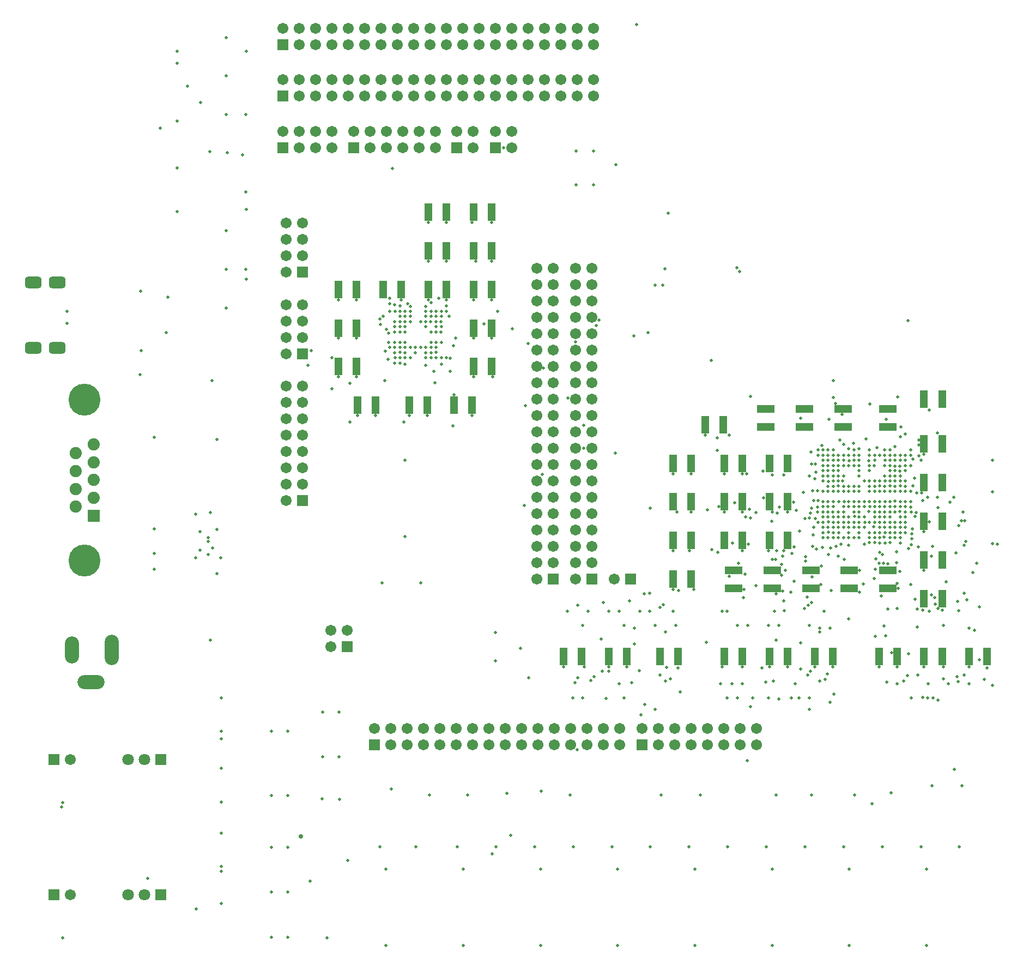
<source format=gbs>
%FSLAX44Y44*%
%MOMM*%
G71*
G01*
G75*
G04 Layer_Color=16711935*
%ADD10C,0.3600*%
%ADD11R,1.9000X1.3500*%
%ADD12R,2.0000X1.0000*%
%ADD13R,2.2000X1.2000*%
%ADD14R,1.4000X2.1000*%
%ADD15O,0.5500X1.6000*%
%ADD16R,1.3000X2.2000*%
%ADD17R,1.1000X0.6000*%
%ADD18R,1.1176X0.6096*%
%ADD19R,0.8500X0.7000*%
G04:AMPARAMS|DCode=20|XSize=1.5mm|YSize=1.2mm|CornerRadius=0.12mm|HoleSize=0mm|Usage=FLASHONLY|Rotation=0.000|XOffset=0mm|YOffset=0mm|HoleType=Round|Shape=RoundedRectangle|*
%AMROUNDEDRECTD20*
21,1,1.5000,0.9600,0,0,0.0*
21,1,1.2600,1.2000,0,0,0.0*
1,1,0.2400,0.6300,-0.4800*
1,1,0.2400,-0.6300,-0.4800*
1,1,0.2400,-0.6300,0.4800*
1,1,0.2400,0.6300,0.4800*
%
%ADD20ROUNDEDRECTD20*%
G04:AMPARAMS|DCode=21|XSize=1.5mm|YSize=0.35mm|CornerRadius=0.035mm|HoleSize=0mm|Usage=FLASHONLY|Rotation=0.000|XOffset=0mm|YOffset=0mm|HoleType=Round|Shape=RoundedRectangle|*
%AMROUNDEDRECTD21*
21,1,1.5000,0.2800,0,0,0.0*
21,1,1.4300,0.3500,0,0,0.0*
1,1,0.0700,0.7150,-0.1400*
1,1,0.0700,-0.7150,-0.1400*
1,1,0.0700,-0.7150,0.1400*
1,1,0.0700,0.7150,0.1400*
%
%ADD21ROUNDEDRECTD21*%
%ADD22R,0.7000X1.8000*%
%ADD23R,1.3500X1.9000*%
%ADD24R,0.9500X1.7000*%
%ADD25C,0.3500*%
%ADD26R,0.9500X2.6000*%
%ADD27R,1.2000X2.6000*%
%ADD28R,0.8000X0.8000*%
%ADD29R,1.3500X2.8000*%
%ADD30R,1.8000X1.1500*%
%ADD31O,0.4500X1.8000*%
%ADD32R,1.8000X2.0000*%
G04:AMPARAMS|DCode=33|XSize=1.8mm|YSize=2mm|CornerRadius=0mm|HoleSize=0mm|Usage=FLASHONLY|Rotation=180.000|XOffset=0mm|YOffset=0mm|HoleType=Round|Shape=Octagon|*
%AMOCTAGOND33*
4,1,8,0.4500,-1.0000,-0.4500,-1.0000,-0.9000,-0.5500,-0.9000,0.5500,-0.4500,1.0000,0.4500,1.0000,0.9000,0.5500,0.9000,-0.5500,0.4500,-1.0000,0.0*
%
%ADD33OCTAGOND33*%

%ADD34R,1.0000X1.0000*%
%ADD35R,2.6000X0.9500*%
%ADD36R,1.3000X1.3000*%
%ADD37R,2.5000X1.2600*%
%ADD38R,2.5000X1.0000*%
%ADD39C,0.1000*%
%ADD40C,0.2540*%
%ADD41C,1.5000*%
%ADD42R,1.5000X1.5000*%
%ADD43R,1.5000X1.5000*%
%ADD44C,4.7600*%
%ADD45R,1.6900X1.6900*%
%ADD46C,1.6900*%
G04:AMPARAMS|DCode=47|XSize=2.4mm|YSize=1.6mm|CornerRadius=0.4mm|HoleSize=0mm|Usage=FLASHONLY|Rotation=0.000|XOffset=0mm|YOffset=0mm|HoleType=Round|Shape=RoundedRectangle|*
%AMROUNDEDRECTD47*
21,1,2.4000,0.8000,0,0,0.0*
21,1,1.6000,1.6000,0,0,0.0*
1,1,0.8000,0.8000,-0.4000*
1,1,0.8000,-0.8000,-0.4000*
1,1,0.8000,-0.8000,0.4000*
1,1,0.8000,0.8000,0.4000*
%
%ADD47ROUNDEDRECTD47*%
%ADD48R,1.6000X1.6000*%
%ADD49C,1.6000*%
%ADD50O,2.0000X4.5000*%
%ADD51O,2.0000X4.0000*%
%ADD52O,4.0000X2.0000*%
%ADD53C,1.5000*%
%ADD54C,0.4000*%
%ADD55C,0.6000*%
%ADD56C,1.0160*%
%ADD57C,1.4080*%
%ADD58C,3.7680*%
%ADD59C,1.5980*%
%ADD60C,2.0080*%
%ADD61C,1.5080*%
%ADD62C,1.5080*%
%ADD63C,0.7080*%
%ADD64C,0.2500*%
%ADD65C,0.6000*%
%ADD66C,0.2000*%
%ADD67C,0.0500*%
%ADD68C,0.1500*%
%ADD69R,1.5240X3.8100*%
%ADD70C,0.5200*%
%ADD71R,2.1040X1.5540*%
%ADD72R,2.2040X1.2040*%
%ADD73R,2.4040X1.4040*%
%ADD74R,1.6040X2.3040*%
%ADD75O,0.7540X1.8040*%
%ADD76R,1.5040X2.4040*%
%ADD77R,1.3040X0.8040*%
%ADD78R,1.3216X0.8136*%
%ADD79R,1.0540X0.9040*%
G04:AMPARAMS|DCode=80|XSize=1.704mm|YSize=1.404mm|CornerRadius=0.222mm|HoleSize=0mm|Usage=FLASHONLY|Rotation=0.000|XOffset=0mm|YOffset=0mm|HoleType=Round|Shape=RoundedRectangle|*
%AMROUNDEDRECTD80*
21,1,1.7040,0.9600,0,0,0.0*
21,1,1.2600,1.4040,0,0,0.0*
1,1,0.4440,0.6300,-0.4800*
1,1,0.4440,-0.6300,-0.4800*
1,1,0.4440,-0.6300,0.4800*
1,1,0.4440,0.6300,0.4800*
%
%ADD80ROUNDEDRECTD80*%
G04:AMPARAMS|DCode=81|XSize=1.704mm|YSize=0.554mm|CornerRadius=0.137mm|HoleSize=0mm|Usage=FLASHONLY|Rotation=0.000|XOffset=0mm|YOffset=0mm|HoleType=Round|Shape=RoundedRectangle|*
%AMROUNDEDRECTD81*
21,1,1.7040,0.2800,0,0,0.0*
21,1,1.4300,0.5540,0,0,0.0*
1,1,0.2740,0.7150,-0.1400*
1,1,0.2740,-0.7150,-0.1400*
1,1,0.2740,-0.7150,0.1400*
1,1,0.2740,0.7150,0.1400*
%
%ADD81ROUNDEDRECTD81*%
%ADD82R,0.9040X2.0040*%
%ADD83R,1.5540X2.1040*%
%ADD84R,1.1540X1.9040*%
%ADD85C,0.5100*%
%ADD86R,1.1540X2.8040*%
%ADD87R,1.4040X2.8040*%
%ADD88R,1.0040X1.0040*%
%ADD89R,1.5540X3.0040*%
%ADD90R,2.0040X1.3540*%
%ADD91O,0.6540X2.0040*%
%ADD92R,2.0040X2.2040*%
G04:AMPARAMS|DCode=93|XSize=2.004mm|YSize=2.204mm|CornerRadius=0mm|HoleSize=0mm|Usage=FLASHONLY|Rotation=180.000|XOffset=0mm|YOffset=0mm|HoleType=Round|Shape=Octagon|*
%AMOCTAGOND93*
4,1,8,0.5010,-1.1020,-0.5010,-1.1020,-1.0020,-0.6010,-1.0020,0.6010,-0.5010,1.1020,0.5010,1.1020,1.0020,0.6010,1.0020,-0.6010,0.5010,-1.1020,0.0*
%
%ADD93OCTAGOND93*%

%ADD94R,1.2040X1.2040*%
%ADD95R,2.8040X1.1540*%
%ADD96R,1.5040X1.5040*%
%ADD97R,2.7040X1.4640*%
%ADD98R,2.7040X1.2040*%
%ADD99C,1.7040*%
%ADD100R,1.7040X1.7040*%
%ADD101R,1.7040X1.7040*%
%ADD102C,4.9640*%
%ADD103R,1.8940X1.8940*%
%ADD104C,1.8940*%
G04:AMPARAMS|DCode=105|XSize=2.604mm|YSize=1.804mm|CornerRadius=0.502mm|HoleSize=0mm|Usage=FLASHONLY|Rotation=0.000|XOffset=0mm|YOffset=0mm|HoleType=Round|Shape=RoundedRectangle|*
%AMROUNDEDRECTD105*
21,1,2.6040,0.8000,0,0,0.0*
21,1,1.6000,1.8040,0,0,0.0*
1,1,1.0040,0.8000,-0.4000*
1,1,1.0040,-0.8000,-0.4000*
1,1,1.0040,-0.8000,0.4000*
1,1,1.0040,0.8000,0.4000*
%
%ADD105ROUNDEDRECTD105*%
%ADD106R,1.8040X1.8040*%
%ADD107C,1.8040*%
%ADD108O,2.2040X4.7040*%
%ADD109O,2.2040X4.2040*%
%ADD110O,4.2040X2.2040*%
%ADD111C,1.7040*%
%ADD112C,0.5000*%
%ADD113C,0.7000*%
D86*
X1954000Y1560000D02*
D03*
X1926000D02*
D03*
X1954000Y1620000D02*
D03*
X1926000D02*
D03*
X1954000Y1680000D02*
D03*
X1926000D02*
D03*
X1954000Y1740000D02*
D03*
X1926000D02*
D03*
X1954000Y1810000D02*
D03*
X1926000D02*
D03*
X1954000Y1500000D02*
D03*
X1926000D02*
D03*
X1714000Y1590000D02*
D03*
X1686000D02*
D03*
X1714000Y1650000D02*
D03*
X1686000D02*
D03*
X1996000Y1410000D02*
D03*
X2024000D02*
D03*
X1926000D02*
D03*
X1954000D02*
D03*
X1856000D02*
D03*
X1884000D02*
D03*
X1756000D02*
D03*
X1784000D02*
D03*
X1686000D02*
D03*
X1714000D02*
D03*
X1616000D02*
D03*
X1644000D02*
D03*
X1516000D02*
D03*
X1544001D02*
D03*
X1436000D02*
D03*
X1464000D02*
D03*
X1366000D02*
D03*
X1394000D02*
D03*
X1154000Y1800000D02*
D03*
X1126000D02*
D03*
X1074000D02*
D03*
X1046000D02*
D03*
X1224000D02*
D03*
X1196000D02*
D03*
X1254000Y1860000D02*
D03*
X1226000D02*
D03*
X1254000Y1920000D02*
D03*
X1226000D02*
D03*
X1254000Y1980000D02*
D03*
X1226000D02*
D03*
X1254000Y2040000D02*
D03*
X1226000D02*
D03*
X1254000Y2100000D02*
D03*
X1226000D02*
D03*
X1184000D02*
D03*
X1156000D02*
D03*
X1184000Y2040000D02*
D03*
X1156000D02*
D03*
X1184000Y1980000D02*
D03*
X1156000D02*
D03*
X1114000D02*
D03*
X1086000D02*
D03*
X1044000D02*
D03*
X1016000D02*
D03*
X1044000Y1920000D02*
D03*
X1016000D02*
D03*
X1044000Y1860000D02*
D03*
X1016000D02*
D03*
X1714000Y1710000D02*
D03*
X1686000D02*
D03*
X1644000Y1590000D02*
D03*
X1616000D02*
D03*
X1644000Y1650000D02*
D03*
X1616000D02*
D03*
X1644000Y1710000D02*
D03*
X1616000D02*
D03*
X1614000Y1770000D02*
D03*
X1586000D02*
D03*
X1564000Y1710000D02*
D03*
X1536000D02*
D03*
X1564000Y1590000D02*
D03*
X1536000D02*
D03*
X1564000Y1530000D02*
D03*
X1536000D02*
D03*
X1564000Y1650000D02*
D03*
X1536000D02*
D03*
D95*
X1870000Y1766000D02*
D03*
Y1794001D02*
D03*
X1800000Y1766000D02*
D03*
Y1794000D02*
D03*
X1740000Y1766000D02*
D03*
Y1794000D02*
D03*
X1680000Y1766000D02*
D03*
Y1794001D02*
D03*
X1870000Y1544000D02*
D03*
Y1516000D02*
D03*
X1810000Y1544001D02*
D03*
Y1516000D02*
D03*
X1750000Y1544001D02*
D03*
Y1516000D02*
D03*
X1690000Y1544000D02*
D03*
Y1516000D02*
D03*
X1630000Y1544000D02*
D03*
Y1516000D02*
D03*
D99*
X1384600Y2012600D02*
D03*
X1410000D02*
D03*
X1384600Y1987200D02*
D03*
X1410000D02*
D03*
X1384600Y1961800D02*
D03*
X1410000D02*
D03*
X1384600Y1936400D02*
D03*
X1410000D02*
D03*
X1384600Y1911000D02*
D03*
X1410000D02*
D03*
X1384600Y1885600D02*
D03*
X1410000D02*
D03*
X1384600Y1860200D02*
D03*
X1410000D02*
D03*
X1384600Y1834800D02*
D03*
X1410000D02*
D03*
X1384600Y1809400D02*
D03*
X1410000D02*
D03*
X1384600Y1784000D02*
D03*
X1410000D02*
D03*
X1384600Y1758600D02*
D03*
X1410000D02*
D03*
X1384600Y1733200D02*
D03*
X1410000D02*
D03*
X1384600Y1707800D02*
D03*
X1410000D02*
D03*
X1384600Y1682400D02*
D03*
X1410000D02*
D03*
X1384600Y1657000D02*
D03*
X1410000D02*
D03*
X1384600Y1631600D02*
D03*
X1410000D02*
D03*
X1384600Y1606200D02*
D03*
X1410000D02*
D03*
X1384600Y1580800D02*
D03*
X1410000D02*
D03*
X1384600Y1555400D02*
D03*
X1410000D02*
D03*
X1384600Y1530000D02*
D03*
X1004600Y1450400D02*
D03*
X1030000D02*
D03*
X1004600Y1425000D02*
D03*
X1453000Y1298400D02*
D03*
Y1273000D02*
D03*
X1427600Y1298400D02*
D03*
Y1273000D02*
D03*
X1402200Y1298400D02*
D03*
Y1273000D02*
D03*
X1376800Y1298400D02*
D03*
Y1273000D02*
D03*
X1351400Y1298400D02*
D03*
Y1273000D02*
D03*
X1326000Y1298400D02*
D03*
Y1273000D02*
D03*
X1300600Y1298400D02*
D03*
Y1273000D02*
D03*
X1275200Y1298400D02*
D03*
Y1273000D02*
D03*
X1249800Y1298400D02*
D03*
Y1273000D02*
D03*
X1224400Y1298400D02*
D03*
Y1273000D02*
D03*
X1199000Y1298400D02*
D03*
Y1273000D02*
D03*
X1173600Y1298400D02*
D03*
Y1273000D02*
D03*
X1148200Y1298400D02*
D03*
Y1273000D02*
D03*
X1122800Y1298400D02*
D03*
Y1273000D02*
D03*
X1097400Y1298400D02*
D03*
Y1273000D02*
D03*
X1072000Y1298400D02*
D03*
X1488000D02*
D03*
X1513400Y1273000D02*
D03*
Y1298400D02*
D03*
X1538800Y1273000D02*
D03*
Y1298400D02*
D03*
X1564200Y1273000D02*
D03*
Y1298400D02*
D03*
X1589600Y1273000D02*
D03*
Y1298400D02*
D03*
X1615000Y1273000D02*
D03*
Y1298400D02*
D03*
X1640400Y1273000D02*
D03*
Y1298400D02*
D03*
X1665800Y1273000D02*
D03*
Y1298400D02*
D03*
X1324600Y2012600D02*
D03*
X1350000D02*
D03*
X1324600Y1987200D02*
D03*
X1350000D02*
D03*
X1324600Y1961800D02*
D03*
X1350000D02*
D03*
X1324600Y1936400D02*
D03*
X1350000D02*
D03*
X1324600Y1911000D02*
D03*
X1350000D02*
D03*
X1324600Y1885600D02*
D03*
X1350000D02*
D03*
X1324600Y1860200D02*
D03*
X1350000D02*
D03*
X1324600Y1834800D02*
D03*
X1350000D02*
D03*
X1324600Y1809400D02*
D03*
X1350000D02*
D03*
X1324600Y1784000D02*
D03*
X1350000D02*
D03*
X1324600Y1758600D02*
D03*
X1350000D02*
D03*
X1324600Y1733200D02*
D03*
X1350000D02*
D03*
X1324600Y1707800D02*
D03*
X1350000D02*
D03*
X1324600Y1682400D02*
D03*
X1350000D02*
D03*
X1324600Y1657000D02*
D03*
X1350000D02*
D03*
X1324600Y1631600D02*
D03*
X1350000D02*
D03*
X1324600Y1606200D02*
D03*
X1350000D02*
D03*
X1324600Y1580800D02*
D03*
X1350000D02*
D03*
X1324600Y1555400D02*
D03*
X1350000D02*
D03*
X1324600Y1530000D02*
D03*
X1412600Y2385400D02*
D03*
Y2360000D02*
D03*
X1387200Y2385400D02*
D03*
Y2360000D02*
D03*
X1361800Y2385400D02*
D03*
Y2360000D02*
D03*
X1336400Y2385400D02*
D03*
Y2360000D02*
D03*
X1311000Y2385400D02*
D03*
Y2360000D02*
D03*
X1285600Y2385400D02*
D03*
Y2360000D02*
D03*
X1260200Y2385400D02*
D03*
Y2360000D02*
D03*
X1234800Y2385400D02*
D03*
Y2360000D02*
D03*
X1209400Y2385400D02*
D03*
Y2360000D02*
D03*
X1184000Y2385400D02*
D03*
Y2360000D02*
D03*
X1158600Y2385400D02*
D03*
Y2360000D02*
D03*
X1133200Y2385400D02*
D03*
Y2360000D02*
D03*
X1107800Y2385400D02*
D03*
Y2360000D02*
D03*
X1082400Y2385400D02*
D03*
Y2360000D02*
D03*
X1057000Y2385400D02*
D03*
Y2360000D02*
D03*
X1031600Y2385400D02*
D03*
Y2360000D02*
D03*
X1006200Y2385400D02*
D03*
Y2360000D02*
D03*
X980800Y2385400D02*
D03*
Y2360000D02*
D03*
X955400Y2385400D02*
D03*
Y2360000D02*
D03*
X930000Y2385400D02*
D03*
X1412600Y2305400D02*
D03*
Y2280000D02*
D03*
X1387200Y2305400D02*
D03*
Y2280000D02*
D03*
X1361800Y2305400D02*
D03*
Y2280000D02*
D03*
X1336400Y2305400D02*
D03*
Y2280000D02*
D03*
X1311000Y2305400D02*
D03*
Y2280000D02*
D03*
X1285600Y2305400D02*
D03*
Y2280000D02*
D03*
X1260200Y2305400D02*
D03*
Y2280000D02*
D03*
X1234800Y2305400D02*
D03*
Y2280000D02*
D03*
X1209400Y2305400D02*
D03*
Y2280000D02*
D03*
X1184000Y2305400D02*
D03*
Y2280000D02*
D03*
X1158600Y2305400D02*
D03*
Y2280000D02*
D03*
X1133200Y2305400D02*
D03*
Y2280000D02*
D03*
X1107800Y2305400D02*
D03*
Y2280000D02*
D03*
X1082400Y2305400D02*
D03*
Y2280000D02*
D03*
X1057000Y2305400D02*
D03*
Y2280000D02*
D03*
X1031600Y2305400D02*
D03*
Y2280000D02*
D03*
X1006200Y2305400D02*
D03*
Y2280000D02*
D03*
X980800Y2305400D02*
D03*
Y2280000D02*
D03*
X955400Y2305400D02*
D03*
Y2280000D02*
D03*
X930000Y2305400D02*
D03*
X1006200Y2225400D02*
D03*
Y2200000D02*
D03*
X980800Y2225400D02*
D03*
Y2200000D02*
D03*
X955400Y2225400D02*
D03*
Y2200000D02*
D03*
X930000Y2225400D02*
D03*
X1167000D02*
D03*
Y2200000D02*
D03*
X1141600Y2225400D02*
D03*
Y2200000D02*
D03*
X1116200Y2225400D02*
D03*
Y2200000D02*
D03*
X1090800Y2225400D02*
D03*
Y2200000D02*
D03*
X1065400Y2225400D02*
D03*
Y2200000D02*
D03*
X1040000Y2225400D02*
D03*
X1225400D02*
D03*
Y2200000D02*
D03*
X1200000Y2225400D02*
D03*
X1285400D02*
D03*
Y2200000D02*
D03*
X1260000Y2225400D02*
D03*
X934600Y1652000D02*
D03*
X960000Y1677400D02*
D03*
X934600D02*
D03*
X960000Y1702800D02*
D03*
X934600D02*
D03*
X960000Y1728200D02*
D03*
X934600D02*
D03*
X960000Y1753600D02*
D03*
X934600D02*
D03*
X960000Y1779000D02*
D03*
X934600D02*
D03*
X960000Y1804400D02*
D03*
X934600D02*
D03*
X960000Y1829800D02*
D03*
X934600D02*
D03*
Y2083200D02*
D03*
X960000D02*
D03*
X934600Y2057800D02*
D03*
X960000D02*
D03*
X934600Y2032400D02*
D03*
X960000D02*
D03*
X934600Y2007000D02*
D03*
Y1956200D02*
D03*
X960000D02*
D03*
X934600Y1930800D02*
D03*
X960000D02*
D03*
X934600Y1905400D02*
D03*
X960000D02*
D03*
X934600Y1880000D02*
D03*
X1444600Y1530000D02*
D03*
X600000Y1250000D02*
D03*
Y1040000D02*
D03*
X602000Y1410000D02*
D03*
Y1430000D02*
D03*
X642000Y1370000D02*
D03*
X622000D02*
D03*
D100*
X1410000Y1530000D02*
D03*
X1030000Y1425000D02*
D03*
X1350000Y1530000D02*
D03*
X960000Y1652000D02*
D03*
Y2007000D02*
D03*
Y1880000D02*
D03*
D101*
X1072000Y1273000D02*
D03*
X1488000D02*
D03*
X930000Y2360000D02*
D03*
Y2280000D02*
D03*
Y2200000D02*
D03*
X1040000D02*
D03*
X1200000D02*
D03*
X1260000D02*
D03*
X1470000Y1530000D02*
D03*
X574600Y1250000D02*
D03*
Y1040000D02*
D03*
D102*
X622000Y1808950D02*
D03*
Y1559050D02*
D03*
D103*
X636200Y1628600D02*
D03*
D104*
X607800Y1642450D02*
D03*
X636200Y1656300D02*
D03*
X607800Y1670150D02*
D03*
X636200Y1684000D02*
D03*
X607800Y1697850D02*
D03*
X636200Y1711700D02*
D03*
X607800Y1725550D02*
D03*
X636200Y1739400D02*
D03*
D105*
X579001Y1991000D02*
D03*
Y1889000D02*
D03*
X542000D02*
D03*
Y1991000D02*
D03*
D106*
X740000Y1250000D02*
D03*
Y1040000D02*
D03*
D107*
X714600Y1250000D02*
D03*
X689200D02*
D03*
X714600Y1040000D02*
D03*
X689200D02*
D03*
D108*
X664000Y1420000D02*
D03*
D109*
X602000D02*
D03*
D110*
X632000Y1370000D02*
D03*
D111*
X664000Y1432500D02*
D03*
Y1407500D02*
D03*
D112*
X1847840Y1611579D02*
D03*
X1856994Y1610614D02*
D03*
X1825250Y1634500D02*
D03*
X1825000Y1642500D02*
D03*
X1674250Y1392000D02*
D03*
X1781500Y1512250D02*
D03*
X1413250Y1378500D02*
D03*
X1734500Y1431000D02*
D03*
X1760250Y1634250D02*
D03*
X1809750Y1713750D02*
D03*
X1709000Y1481250D02*
D03*
X1421000Y1932250D02*
D03*
X1676500Y1656500D02*
D03*
X1653250Y1584000D02*
D03*
X1742000Y1565000D02*
D03*
X1520750Y1490000D02*
D03*
X1189750Y1873500D02*
D03*
X594750Y1927000D02*
D03*
X1864091Y1595328D02*
D03*
X1777500Y1603000D02*
D03*
X1757250Y1624250D02*
D03*
X1777500Y1619000D02*
D03*
X1825116Y1626616D02*
D03*
X1817116Y1618488D02*
D03*
Y1610614D02*
D03*
X1825000Y1610500D02*
D03*
X1748000Y1625250D02*
D03*
X1840090Y1635330D02*
D03*
X1912000Y1627500D02*
D03*
X1908750Y1716500D02*
D03*
X1848500Y1706000D02*
D03*
X1888000Y1697750D02*
D03*
X1801000Y1706500D02*
D03*
X1840500Y1714000D02*
D03*
X1880500Y1651000D02*
D03*
X1793500Y1650000D02*
D03*
X1881000Y1634500D02*
D03*
X1872996Y1642618D02*
D03*
Y1650492D02*
D03*
X1857000Y1634500D02*
D03*
X1880870Y1642618D02*
D03*
X1888998D02*
D03*
Y1666494D02*
D03*
Y1674622D02*
D03*
X1881000Y1674500D02*
D03*
X1872996Y1674622D02*
D03*
X1865000Y1674500D02*
D03*
X1856994Y1674622D02*
D03*
X1857000Y1682500D02*
D03*
X1864868Y1666494D02*
D03*
X1856994D02*
D03*
X1897126Y1650492D02*
D03*
X1896877Y1642623D02*
D03*
X1865000Y1626500D02*
D03*
X1888997Y1682497D02*
D03*
X1881000Y1666500D02*
D03*
X1849120Y1682496D02*
D03*
X1841000Y1682500D02*
D03*
Y1674500D02*
D03*
X1881000Y1682500D02*
D03*
X1872870Y1690497D02*
D03*
X1865122Y1682496D02*
D03*
X1872995Y1682496D02*
D03*
X1873000Y1666500D02*
D03*
X1865122Y1650492D02*
D03*
X1865000Y1690500D02*
D03*
X1865122Y1586484D02*
D03*
X1872996Y1586504D02*
D03*
X1840992Y1586508D02*
D03*
X1896750Y1626750D02*
D03*
X1907750Y1607750D02*
D03*
X1472000Y1369500D02*
D03*
X1849000Y1722500D02*
D03*
X1769000Y1730500D02*
D03*
X1769126Y1722374D02*
D03*
X1777000Y1730750D02*
D03*
X1769000Y1706500D02*
D03*
X1785000D02*
D03*
X1817000D02*
D03*
X1873000D02*
D03*
X1769000Y1690500D02*
D03*
X1769000Y1682500D02*
D03*
X1756664Y1685798D02*
D03*
X1777746Y1681988D02*
D03*
X1833000Y1682500D02*
D03*
X1897000Y1674500D02*
D03*
X1833000Y1642500D02*
D03*
X1785000D02*
D03*
X1865000D02*
D03*
X1888750Y1634750D02*
D03*
X1881000Y1610500D02*
D03*
X1793000Y1594500D02*
D03*
X1817000D02*
D03*
X1777000Y1642500D02*
D03*
X1960500Y1526250D02*
D03*
X1954500Y1481500D02*
D03*
X1947000Y1757250D02*
D03*
X1867250Y1778500D02*
D03*
X1841750Y1801750D02*
D03*
X1933750Y1792500D02*
D03*
X1719750Y1345250D02*
D03*
X1988000Y1583000D02*
D03*
X1544500Y1512500D02*
D03*
X1623250Y1753750D02*
D03*
X1676250Y1697750D02*
D03*
X1889760Y1766570D02*
D03*
X1785366Y1811782D02*
D03*
X1788414Y1803146D02*
D03*
X1333000Y1692500D02*
D03*
X1387250Y1265500D02*
D03*
X1093500Y1871750D02*
D03*
X594250Y1946250D02*
D03*
X1383500Y1369000D02*
D03*
X1536000Y1480250D02*
D03*
X1863750Y1457250D02*
D03*
X1784750Y1730750D02*
D03*
X1865000D02*
D03*
X1849000Y1714500D02*
D03*
X1897000Y1706500D02*
D03*
X1881000Y1714500D02*
D03*
X1777000Y1674500D02*
D03*
X1817000Y1666500D02*
D03*
X1801000Y1626500D02*
D03*
X1777000Y1610500D02*
D03*
X1849000Y1674500D02*
D03*
Y1650500D02*
D03*
X1841000Y1666500D02*
D03*
X1825000Y1674500D02*
D03*
X1030600Y1093000D02*
D03*
X937350Y1114000D02*
D03*
Y1043999D02*
D03*
X2032500Y1714500D02*
D03*
Y1665500D02*
D03*
X1385500Y2194500D02*
D03*
X2032500Y1585500D02*
D03*
X1897000Y1722500D02*
D03*
X1412500Y2142500D02*
D03*
X1881000Y1722500D02*
D03*
X1897000Y1698500D02*
D03*
X1873000D02*
D03*
X1897000Y1666500D02*
D03*
X1865000Y1706500D02*
D03*
X1841000Y1722500D02*
D03*
Y1698500D02*
D03*
X1897000Y1610500D02*
D03*
X1825000Y1698500D02*
D03*
X1809000Y1706500D02*
D03*
X1793000Y1722500D02*
D03*
X1996000Y1394000D02*
D03*
X1793000Y1698500D02*
D03*
X1761000Y1722500D02*
D03*
X1769000Y1698500D02*
D03*
X1254000Y2083999D02*
D03*
X1801000Y1610500D02*
D03*
X1793000Y1618500D02*
D03*
X1926000Y1394000D02*
D03*
X1785000Y1594500D02*
D03*
X1769000Y1610500D02*
D03*
X1184000Y2083999D02*
D03*
X1932000Y1368000D02*
D03*
X1254000Y2023999D02*
D03*
X1714000Y1634000D02*
D03*
X1644000Y1694000D02*
D03*
X1856000Y1394000D02*
D03*
X1184000Y2023999D02*
D03*
X1254000Y1964000D02*
D03*
X1644000Y1634000D02*
D03*
X1564000Y1694000D02*
D03*
X1184000Y1964000D02*
D03*
X1644000Y1573999D02*
D03*
X1254000Y1904000D02*
D03*
X1756000Y1394000D02*
D03*
X1564000Y1634000D02*
D03*
X1114000Y1964000D02*
D03*
X1700000Y1458000D02*
D03*
X1152000Y1930000D02*
D03*
X1044000Y1964000D02*
D03*
X1128000Y1930000D02*
D03*
X1160000Y1914000D02*
D03*
X1686000Y1394000D02*
D03*
X1160000Y1898000D02*
D03*
X1152000Y1890000D02*
D03*
X1120000Y1898000D02*
D03*
X1168000Y1874000D02*
D03*
X1160000D02*
D03*
X1044000Y1904000D02*
D03*
X1224000Y1783999D02*
D03*
X1154000D02*
D03*
X1044000Y1843999D02*
D03*
X1074000Y1783999D02*
D03*
X1460000Y1458000D02*
D03*
X1120000Y1714500D02*
D03*
X1436000Y1394000D02*
D03*
X1452000Y1368000D02*
D03*
X1366000Y1394000D02*
D03*
X1120000Y1596500D02*
D03*
X1312000Y1377000D02*
D03*
X729750Y1750000D02*
D03*
X1017350Y1323999D02*
D03*
Y1253999D02*
D03*
X1018100Y1188500D02*
D03*
X937350Y1194000D02*
D03*
X834600Y1184000D02*
D03*
X1981000Y1114500D02*
D03*
X1930000Y961500D02*
D03*
Y1079500D02*
D03*
X1926000Y1724000D02*
D03*
X1921000Y1114500D02*
D03*
X1940000Y1346000D02*
D03*
X1926000Y1603999D02*
D03*
X1905000Y1730500D02*
D03*
X1926000Y1543999D02*
D03*
X1897000Y1682500D02*
D03*
X1889000Y1714500D02*
D03*
X1897000Y1634500D02*
D03*
X1881000Y1698500D02*
D03*
X1889000Y1610500D02*
D03*
Y1602500D02*
D03*
X1865000Y1722500D02*
D03*
X1861000Y1114500D02*
D03*
X1810000Y961500D02*
D03*
X1884000Y1394000D02*
D03*
X1865000Y1618500D02*
D03*
X1841000Y1706500D02*
D03*
X1849000Y1666500D02*
D03*
X1810000Y1079500D02*
D03*
X1825000Y1666500D02*
D03*
X1809000Y1722500D02*
D03*
X1801000Y1114500D02*
D03*
X1793000Y1706500D02*
D03*
X1801000Y1634500D02*
D03*
Y1594500D02*
D03*
X1777000Y1714500D02*
D03*
X1785000Y1610500D02*
D03*
X1761000Y1730500D02*
D03*
X1769000Y1634500D02*
D03*
X1784000Y1394000D02*
D03*
X1741000Y1114500D02*
D03*
X1690000Y961500D02*
D03*
Y1079500D02*
D03*
X1681000Y1114500D02*
D03*
X1714000Y1394000D02*
D03*
X1570000Y961500D02*
D03*
X1621000Y1114500D02*
D03*
X1616000Y1694000D02*
D03*
X1652000Y1458000D02*
D03*
X1586000Y1753999D02*
D03*
X1644000Y1394000D02*
D03*
X1616000Y1634000D02*
D03*
X1636000Y1458000D02*
D03*
X1570000Y1079500D02*
D03*
X1561000Y1114500D02*
D03*
X841800Y2371310D02*
D03*
X1536000Y1694000D02*
D03*
X1450000Y961500D02*
D03*
X1536000Y1573999D02*
D03*
X1501000Y1114500D02*
D03*
X1536000Y1513999D02*
D03*
X841800Y2311310D02*
D03*
X1450000Y1079500D02*
D03*
X1441000Y1114500D02*
D03*
X1156000Y2083999D02*
D03*
X1464000Y1394000D02*
D03*
X1460000Y1346000D02*
D03*
X1330000Y961500D02*
D03*
X1452000Y1480000D02*
D03*
X1226000Y1964000D02*
D03*
X1381000Y1114500D02*
D03*
X1156000Y2023999D02*
D03*
X843800Y2192310D02*
D03*
X1330000Y1079500D02*
D03*
X1404000Y1480000D02*
D03*
X1226000Y1904000D02*
D03*
X1396000Y1458000D02*
D03*
X1156000Y1964000D02*
D03*
X1321000Y1114500D02*
D03*
X1226000Y1843999D02*
D03*
X1210000Y961500D02*
D03*
X1152000Y1938000D02*
D03*
X1168000Y1914000D02*
D03*
Y1898000D02*
D03*
X1176000Y1874000D02*
D03*
X1120000Y1930000D02*
D03*
X1261000Y1114500D02*
D03*
X1144000Y1890000D02*
D03*
X1152000Y1874000D02*
D03*
X841800Y2071310D02*
D03*
X1196000Y1816000D02*
D03*
X1112000Y1898000D02*
D03*
X1210000Y1079500D02*
D03*
X1016000Y1964000D02*
D03*
X1120000Y1874000D02*
D03*
X1201000Y1114500D02*
D03*
X1090000Y961500D02*
D03*
X1260000Y1447000D02*
D03*
X841800Y2011310D02*
D03*
X1016000Y1904000D02*
D03*
X1126000Y1783999D02*
D03*
X1034000Y1833999D02*
D03*
X1016000Y1843999D02*
D03*
X1090000Y1079500D02*
D03*
X998600Y973000D02*
D03*
X1046000Y1783999D02*
D03*
X708912Y1977500D02*
D03*
X1034000Y1773999D02*
D03*
X1144000Y1524000D02*
D03*
X1081000Y1114500D02*
D03*
X911850Y974000D02*
D03*
X1083999Y1524000D02*
D03*
X911850Y1043999D02*
D03*
X834600Y1026000D02*
D03*
X820000Y1838500D02*
D03*
X587500Y973000D02*
D03*
X911850Y1114000D02*
D03*
X991850Y1253999D02*
D03*
Y1323999D02*
D03*
X834600Y1136000D02*
D03*
X911850Y1194000D02*
D03*
Y1293999D02*
D03*
X834600Y1236000D02*
D03*
X833750Y1563000D02*
D03*
X834600Y1346000D02*
D03*
X729750Y1608000D02*
D03*
X587500Y1183000D02*
D03*
X795020Y1017778D02*
D03*
X720090Y1065784D02*
D03*
X1872996Y1594612D02*
D03*
X1824990D02*
D03*
X1826006Y1544066D02*
D03*
X1299210Y1422654D02*
D03*
X1778000Y1778000D02*
D03*
X1656334Y1813814D02*
D03*
X834644Y1293876D02*
D03*
X937260D02*
D03*
X1160018Y1938020D02*
D03*
X1176000Y1863968D02*
D03*
X1375726Y1194500D02*
D03*
X1157986D02*
D03*
X1167892Y1929892D02*
D03*
X872744Y2131314D02*
D03*
X729750Y1569974D02*
D03*
X814250Y1594866D02*
D03*
X1277874Y1197102D02*
D03*
X1331406Y1201166D02*
D03*
X834600Y1282192D02*
D03*
X872800Y2104644D02*
D03*
X816102Y2193790D02*
D03*
X1817878Y1194562D02*
D03*
X1096160Y1966032D02*
D03*
X817757Y1633851D02*
D03*
X729750Y1545844D02*
D03*
X707898Y1847596D02*
D03*
X817626Y1435354D02*
D03*
X1098042Y1204468D02*
D03*
X1167892Y1922018D02*
D03*
X1611936Y1394000D02*
D03*
X1379982Y1345946D02*
D03*
X1151890Y1945894D02*
D03*
X1183894D02*
D03*
X1006000Y1874012D02*
D03*
X1160018Y1959532D02*
D03*
X1111978Y1954022D02*
D03*
X739140Y2230374D02*
D03*
X972312Y1061466D02*
D03*
X1128014Y1874012D02*
D03*
X1112012D02*
D03*
X1256032Y1843999D02*
D03*
X1845310Y1181354D02*
D03*
X1255000Y1103122D02*
D03*
X1651000Y1247902D02*
D03*
X1160018Y1881886D02*
D03*
X1151982Y1922018D02*
D03*
X1136936Y1114500D02*
D03*
X1683968Y1573999D02*
D03*
X1152000Y1861936D02*
D03*
X1103884Y1865884D02*
D03*
X1242568Y1926000D02*
D03*
X1194000Y1767903D02*
D03*
X1118064Y1773999D02*
D03*
X1694032Y1480000D02*
D03*
X2024000Y1391968D02*
D03*
X1544001D02*
D03*
X1542096Y1634000D02*
D03*
X1104012Y1874012D02*
D03*
X1734312Y1780032D02*
D03*
X1568064Y1513999D02*
D03*
X1096010Y1957832D02*
D03*
X1175890Y1913890D02*
D03*
X1176020Y1938020D02*
D03*
X1526032Y1392936D02*
D03*
X1135888Y1890113D02*
D03*
X1120000Y1863968D02*
D03*
X1388000Y1377188D02*
D03*
X1628000Y1368000D02*
D03*
X1103884Y1881886D02*
D03*
X1089152Y1883918D02*
D03*
X1176020Y1945894D02*
D03*
X1088032Y1838452D02*
D03*
X1398064Y1394000D02*
D03*
X1690064Y1691968D02*
D03*
X1094232Y1912112D02*
D03*
X1119886Y1890014D02*
D03*
X1128014Y1945894D02*
D03*
X1776984Y1722374D02*
D03*
X1446276Y1726184D02*
D03*
X1006000Y1825658D02*
D03*
X1160018Y1945894D02*
D03*
X1119886D02*
D03*
X1921936Y1664000D02*
D03*
X1561968Y1573999D02*
D03*
X1750822Y1708658D02*
D03*
X1707904Y1573999D02*
D03*
X1223968Y2083999D02*
D03*
X1934032Y1480000D02*
D03*
X1956032Y1394000D02*
D03*
X1758968Y1576340D02*
D03*
X1646000Y1513968D02*
D03*
X1766001Y1522096D02*
D03*
X1112012Y1922018D02*
D03*
X1135886Y1881886D02*
D03*
X1918208Y1745932D02*
D03*
X1167894Y1945894D02*
D03*
X1230064Y2023999D02*
D03*
X1750060Y1727200D02*
D03*
X1112012Y1890014D02*
D03*
X1096010Y1945894D02*
D03*
X1119886Y1881886D02*
D03*
X1808988Y1732534D02*
D03*
X1757574Y1695963D02*
D03*
X1777002Y1698498D02*
D03*
X1785112Y1690388D02*
D03*
X1800998Y1739624D02*
D03*
X1707904Y1691968D02*
D03*
X1754904Y1610500D02*
D03*
X1474978Y1908048D02*
D03*
X1906976Y1592636D02*
D03*
X1754124Y1598422D02*
D03*
X1710182Y1544066D02*
D03*
X1080306Y1934000D02*
D03*
X1915616Y1455968D02*
D03*
X1119886Y1938020D02*
D03*
X1124000Y1957500D02*
D03*
X1770888Y1480058D02*
D03*
X1335024Y1857756D02*
D03*
X1817116Y1722384D02*
D03*
X1187958Y1938020D02*
D03*
X1310950Y1895800D02*
D03*
X1090478Y1918000D02*
D03*
X1647952Y1537970D02*
D03*
X1260094Y1403096D02*
D03*
X1690064Y1634000D02*
D03*
X1887982Y1542034D02*
D03*
X1706001Y1511936D02*
D03*
X1766062Y1550162D02*
D03*
X1986534Y1634500D02*
D03*
X1644000Y1368000D02*
D03*
X1408064Y1373124D02*
D03*
X1972056Y1657350D02*
D03*
X1917192Y1580404D02*
D03*
X1886000Y1516000D02*
D03*
X1516000Y1380998D02*
D03*
X1176020Y1897888D02*
D03*
X1484000Y1388364D02*
D03*
X1696085Y1435735D02*
D03*
X1112012Y1865884D02*
D03*
X1872996Y1730496D02*
D03*
X1769110Y1642618D02*
D03*
X2039874Y1584452D02*
D03*
X1785112Y1838706D02*
D03*
X1764000Y1448054D02*
D03*
X1524000D02*
D03*
X2007616Y1554500D02*
D03*
X1798518Y1785874D02*
D03*
X1151890Y1953890D02*
D03*
X1724261Y1526939D02*
D03*
X1767332Y1737614D02*
D03*
X1793000Y1714500D02*
D03*
X1372616Y1811020D02*
D03*
X1776984Y1706516D02*
D03*
X1528572Y2098294D02*
D03*
X1989545Y1620686D02*
D03*
X1873014Y1602486D02*
D03*
X1915840Y1484000D02*
D03*
X1741678Y1558544D02*
D03*
X1917700Y1721612D02*
D03*
X1793748Y1602486D02*
D03*
X1884000Y1484064D02*
D03*
X1656334Y1625346D02*
D03*
X1749552Y1632458D02*
D03*
X1792986Y1610360D02*
D03*
X1746402Y1489558D02*
D03*
X1516126Y1486154D02*
D03*
X1894032Y1371600D02*
D03*
X1388000Y1489202D02*
D03*
X1620266Y1480058D02*
D03*
X1605840Y1571967D02*
D03*
X969010Y1862074D02*
D03*
X1785112Y1714500D02*
D03*
X1659890Y1345946D02*
D03*
X1801114Y1722374D02*
D03*
X1397254Y1769364D02*
D03*
X1808988Y1582425D02*
D03*
X1612000Y1480000D02*
D03*
X1372108Y1480058D02*
D03*
X1532000Y1375532D02*
D03*
X1772000Y1374140D02*
D03*
X1764000Y1371600D02*
D03*
X1524000D02*
D03*
X1692000Y1372064D02*
D03*
X1785112Y1722374D02*
D03*
X1747774Y1690370D02*
D03*
X1824990Y1732534D02*
D03*
X1425702Y1386954D02*
D03*
X1992122Y1498346D02*
D03*
X1628510Y1586092D02*
D03*
X1785112Y1618488D02*
D03*
X1868170Y1370076D02*
D03*
X1769110Y1594612D02*
D03*
X1860000Y1504229D02*
D03*
X1826000Y1509904D02*
D03*
X1697228Y1574038D02*
D03*
X1784986Y1602486D02*
D03*
X1808987Y1618488D02*
D03*
X1623004Y1534470D02*
D03*
X1696466Y1507744D02*
D03*
X1888998Y1594612D02*
D03*
X1979930Y1613154D02*
D03*
X1604518Y1749552D02*
D03*
X1817000Y1714500D02*
D03*
X1397254Y1733296D02*
D03*
X1795018Y1745996D02*
D03*
X1914557Y1663541D02*
D03*
X872800Y1996000D02*
D03*
X1883664Y1555496D02*
D03*
X1924304Y1652524D02*
D03*
X1802130Y1650492D02*
D03*
X1769110D02*
D03*
X1931555Y1657604D02*
D03*
X1988000Y1380998D02*
D03*
X1808988Y1666494D02*
D03*
X1948000Y1484122D02*
D03*
X1732280Y1604518D02*
D03*
X1988000Y1508310D02*
D03*
X1792986Y1634490D02*
D03*
X1802130Y1560576D02*
D03*
X1850136Y1545082D02*
D03*
X1780000Y1453896D02*
D03*
X1540000Y1458214D02*
D03*
X1700000Y1343968D02*
D03*
X1905000Y1650492D02*
D03*
X1656334Y1332230D02*
D03*
X1912340Y1498622D02*
D03*
X1808988Y1626616D02*
D03*
X1824990Y1706626D02*
D03*
X1725524Y1368044D02*
D03*
X1909064Y1674622D02*
D03*
X1607312Y1642872D02*
D03*
X1491234Y1506982D02*
D03*
X1996000Y1368044D02*
D03*
X1808734Y1468120D02*
D03*
X1701038Y1642364D02*
D03*
X1760728D02*
D03*
X1775714Y1383284D02*
D03*
X1978152Y1495298D02*
D03*
X1412500Y2194500D02*
D03*
X1385500Y2142500D02*
D03*
X710184Y1885188D02*
D03*
X872744Y2251202D02*
D03*
X1166000Y1835404D02*
D03*
X1198372Y1904411D02*
D03*
X1897012Y1618488D02*
D03*
X1937258Y1505966D02*
D03*
X1732000Y1345946D02*
D03*
X1468000Y1496314D02*
D03*
X1307084Y1799082D02*
D03*
X1128014Y1938020D02*
D03*
X1905762Y1634490D02*
D03*
X1609968Y1368000D02*
D03*
X1497330Y1913128D02*
D03*
X1808988Y1610360D02*
D03*
X1840992Y1594508D02*
D03*
X1872996Y1714500D02*
D03*
X1519936Y1986788D02*
D03*
X1881064Y1736030D02*
D03*
X1816100Y1741170D02*
D03*
X1853000Y1733988D02*
D03*
X1741226Y1624020D02*
D03*
X1866138Y1441958D02*
D03*
X1831594Y1522222D02*
D03*
X1883156Y1572768D02*
D03*
X1684000Y1457960D02*
D03*
X1907293Y1600207D02*
D03*
X1704594Y1553076D02*
D03*
X1684020Y1345946D02*
D03*
X1933956Y1618996D02*
D03*
X1900682Y1931670D02*
D03*
X1769110Y1618488D02*
D03*
X1996000Y1454404D02*
D03*
X765556Y2241804D02*
D03*
Y2330950D02*
D03*
X1112012Y1945988D02*
D03*
Y1937988D02*
D03*
X1883918Y1368044D02*
D03*
X1785112Y1626669D02*
D03*
X1876044Y1415796D02*
D03*
X1849882Y1441704D02*
D03*
X1697482Y1632712D02*
D03*
X1801118Y1642618D02*
D03*
X1870032Y1483614D02*
D03*
X1753210Y1581021D02*
D03*
X1768985Y1602486D02*
D03*
X1980000Y1480892D02*
D03*
X1760982Y1618488D02*
D03*
X2004060Y1450848D02*
D03*
X2011934Y1487170D02*
D03*
X1769110Y1626616D02*
D03*
X2020000Y1374648D02*
D03*
X1906270Y1583436D02*
D03*
X1776984Y1634490D02*
D03*
X1664970Y1519682D02*
D03*
X2011934Y1405250D02*
D03*
X1760982Y1652016D02*
D03*
X1899920Y1380236D02*
D03*
X1905762Y1345946D02*
D03*
X1916000Y1381428D02*
D03*
X1924000Y1346046D02*
D03*
X1948000Y1342390D02*
D03*
X1706372Y1565402D02*
D03*
X1690116Y1560830D02*
D03*
X1704594Y1536192D02*
D03*
X1721104Y1569974D02*
D03*
X1752092Y1533398D02*
D03*
X1901698Y1414018D02*
D03*
X2001520Y1540764D02*
D03*
X1956000Y1457960D02*
D03*
X1946402Y1656842D02*
D03*
X1801114Y1714500D02*
D03*
X1595374Y1869694D02*
D03*
X1816998Y1730502D02*
D03*
X1835546Y1748018D02*
D03*
X1881000Y1594500D02*
D03*
X1723898Y1580388D02*
D03*
X1861312Y1567952D02*
D03*
X1801114Y1618488D02*
D03*
X1500632Y1640586D02*
D03*
X1833118Y1584452D02*
D03*
X1808988Y1594612D02*
D03*
X1727200Y1636522D02*
D03*
X1824990Y1714500D02*
D03*
X1286002Y1918970D02*
D03*
X1824990Y1722374D02*
D03*
X973582Y1884680D02*
D03*
X1840992Y1730492D02*
D03*
X1824990Y1690624D02*
D03*
X1099820Y2167636D02*
D03*
X1856994Y1722374D02*
D03*
X1479042Y2391156D02*
D03*
X1865122Y1714500D02*
D03*
X1872874Y1722374D02*
D03*
X1888998D02*
D03*
X1272540Y2199894D02*
D03*
X1889252Y1751330D02*
D03*
X1884934Y1813306D02*
D03*
X1917954Y1738376D02*
D03*
X1983994Y1620520D02*
D03*
X1881124Y1602486D02*
D03*
X1889016Y1586484D02*
D03*
X1905508Y1521714D02*
D03*
X1990732Y1588904D02*
D03*
X1884426Y1523746D02*
D03*
X1824990Y1602486D02*
D03*
X1751076Y1494028D02*
D03*
X1797050Y1584452D02*
D03*
X1808988Y1602486D02*
D03*
X1695450Y1560576D02*
D03*
X1788922Y1580642D02*
D03*
X1263142Y1945894D02*
D03*
X1689100Y1619758D02*
D03*
X1654556Y1638554D02*
D03*
X1751330Y1640200D02*
D03*
X1792986Y1626616D02*
D03*
X1776984Y1690624D02*
D03*
X1757172Y1708658D02*
D03*
X1650492Y1693926D02*
D03*
X1785112Y1698388D02*
D03*
X1384554Y1898396D02*
D03*
X1447546Y2173732D02*
D03*
X1769110Y1714500D02*
D03*
X1881000Y1690500D02*
D03*
X1395984Y1345946D02*
D03*
X1636014D02*
D03*
X1975612Y1570482D02*
D03*
X1888998Y1690498D02*
D03*
X1596644Y1576070D02*
D03*
X1897063Y1714563D02*
D03*
X1620000Y1346000D02*
D03*
X1648460Y1626870D02*
D03*
X1905000Y1706626D02*
D03*
X1638046Y1554480D02*
D03*
X1740000Y1484816D02*
D03*
X1500124Y1480058D02*
D03*
X1500000Y1508128D02*
D03*
X1508000Y1458214D02*
D03*
X1748000Y1457960D02*
D03*
X1665224Y1633728D02*
D03*
X1764000Y1454404D02*
D03*
X1921256Y1714756D02*
D03*
X1780000Y1339088D02*
D03*
X1547366Y1354582D02*
D03*
X1937766Y1565402D02*
D03*
X1785620Y1351788D02*
D03*
X1744980Y1380998D02*
D03*
X1966468Y1649222D02*
D03*
X1748000Y1327912D02*
D03*
X1508000D02*
D03*
X1748000Y1345946D02*
D03*
X1924050Y1482090D02*
D03*
X1119886Y1922018D02*
D03*
X1103884Y1913890D02*
D03*
X1112012D02*
D03*
X1486154Y1319784D02*
D03*
X1119886Y1913890D02*
D03*
X1093978Y1897888D02*
D03*
X1305310Y1644396D02*
D03*
X1103888Y1897888D02*
D03*
X1096010Y1890014D02*
D03*
X1103884D02*
D03*
X1194797Y1892300D02*
D03*
X1175892Y1929892D02*
D03*
X1176018Y1922018D02*
D03*
X1167892Y1938020D02*
D03*
X1085962D02*
D03*
X1103918Y1930146D02*
D03*
X1081520Y1925250D02*
D03*
X1417066Y1924304D02*
D03*
X1103884Y1922018D02*
D03*
X1128014Y1889987D02*
D03*
X1112012Y1882012D02*
D03*
Y1929892D02*
D03*
X1167892Y1882108D02*
D03*
X1164082Y1852422D02*
D03*
X1189482D02*
D03*
X1167892Y1890014D02*
D03*
X1160018Y1889982D02*
D03*
X1128014Y1953768D02*
D03*
X1104106Y1945894D02*
D03*
X1103884Y1956148D02*
D03*
X1172000Y1966214D02*
D03*
X1183894Y1954022D02*
D03*
X1159701Y1929701D02*
D03*
X1183894Y1874012D02*
D03*
X1432052Y1344422D02*
D03*
X2032000Y1364742D02*
D03*
X1911096Y1686560D02*
D03*
X1749552Y1387348D02*
D03*
X1436000Y1386724D02*
D03*
X1424432Y1437386D02*
D03*
X1604772Y1729994D02*
D03*
X1856750Y1650500D02*
D03*
X1792986Y1565402D02*
D03*
X1475994Y1429766D02*
D03*
X1492000Y1335532D02*
D03*
X1889003Y1650497D02*
D03*
X1484122Y1480058D02*
D03*
X1476000Y1454404D02*
D03*
X1436232Y1479942D02*
D03*
X1631950Y1648968D02*
D03*
X1905000Y1666494D02*
D03*
X1738122Y1664462D02*
D03*
X1589786Y1638046D02*
D03*
X1428000Y1493520D02*
D03*
X1680464Y1370076D02*
D03*
X1905195Y1642305D02*
D03*
X1931924Y1345946D02*
D03*
X1913890Y1633728D02*
D03*
X1888941Y1626559D02*
D03*
X1719326Y1510030D02*
D03*
X1897126Y1602486D02*
D03*
X1708000Y1496164D02*
D03*
X1897126Y1755394D02*
D03*
X1880362Y1705610D02*
D03*
X1888236Y1705736D02*
D03*
X1904937Y1722437D02*
D03*
X1216976Y1194500D02*
D03*
X1517904Y1194562D02*
D03*
X1578102D02*
D03*
X1696020Y1194500D02*
D03*
X1751330D02*
D03*
X1874520Y1198118D02*
D03*
X1938020Y1209294D02*
D03*
X1985264Y1209548D02*
D03*
X834600Y1084000D02*
D03*
X937260Y974090D02*
D03*
X834600Y1076750D02*
D03*
X827278Y1607058D02*
D03*
Y1746758D02*
D03*
X1938782Y1581404D02*
D03*
X1767741Y1579019D02*
D03*
X751078Y1968000D02*
D03*
X586348Y1176152D02*
D03*
X991100Y1188720D02*
D03*
X872744Y2011426D02*
D03*
X801878Y2269990D02*
D03*
X781558Y2295390D02*
D03*
X841756Y1951361D02*
D03*
X841800Y2251456D02*
D03*
X765556Y2168390D02*
D03*
X765564Y2350008D02*
D03*
X872800D02*
D03*
X867410Y2188972D02*
D03*
X765556Y2101080D02*
D03*
X827250Y1538986D02*
D03*
X820750Y1578356D02*
D03*
X801250Y1604264D02*
D03*
X794766Y1630934D02*
D03*
X794750Y1562950D02*
D03*
X814250Y1568450D02*
D03*
X801250Y1574800D02*
D03*
X813846Y1589024D02*
D03*
X1284224Y1132078D02*
D03*
X1972818Y1234694D02*
D03*
X1144016Y1929984D02*
D03*
X1151890Y1881886D02*
D03*
X748792Y1912500D02*
D03*
X1639250Y2008000D02*
D03*
X1523500Y2012000D02*
D03*
X1508500Y1986750D02*
D03*
X1635000Y2013500D02*
D03*
X1943000Y1491000D02*
D03*
X1777548Y1568704D02*
D03*
X1781048Y1578356D02*
D03*
X1776984Y1594612D02*
D03*
Y1626616D02*
D03*
X1776992Y1650492D02*
D03*
X1785250Y1650500D02*
D03*
X1754500Y1651750D02*
D03*
X1777000Y1666500D02*
D03*
X1769000Y1666500D02*
D03*
X1752707Y1667751D02*
D03*
X1760220Y1667510D02*
D03*
X1723500Y1649500D02*
D03*
X1956000Y1375156D02*
D03*
X1964000Y1368044D02*
D03*
X1977500Y1379000D02*
D03*
X1979250Y1370750D02*
D03*
X1942750Y1501000D02*
D03*
X1848250Y1531250D02*
D03*
X1783986Y1634500D02*
D03*
X1785000Y1666500D02*
D03*
X1785000Y1674500D02*
D03*
X1785000Y1682500D02*
D03*
X1801000Y1690500D02*
D03*
X1792986Y1690624D02*
D03*
X1793000Y1682500D02*
D03*
X1801000Y1674500D02*
D03*
X1799844Y1682496D02*
D03*
X1817000Y1674500D02*
D03*
X1808988Y1674512D02*
D03*
X1793000Y1666500D02*
D03*
X1792986Y1674622D02*
D03*
X1841000Y1650500D02*
D03*
X1817000Y1642500D02*
D03*
X1825000Y1650500D02*
D03*
X1817000D02*
D03*
X1808988Y1642489D02*
D03*
X1809000Y1650500D02*
D03*
X1833000Y1650500D02*
D03*
X1842090Y1642580D02*
D03*
X1849090D02*
D03*
X1817116Y1634490D02*
D03*
X1818089Y1627579D02*
D03*
X1801000Y1666500D02*
D03*
X1734000Y1390250D02*
D03*
X1947250Y1641250D02*
D03*
X1863161Y1554551D02*
D03*
X1856486Y1554734D02*
D03*
X1870000Y1554000D02*
D03*
X1889000Y1618500D02*
D03*
X1587500Y1432250D02*
D03*
X1872996Y1634490D02*
D03*
X1873000Y1626500D02*
D03*
X1872996Y1618488D02*
D03*
X1873000Y1610500D02*
D03*
X1851152Y1561846D02*
D03*
X1856740Y1571498D02*
D03*
X1856994Y1586484D02*
D03*
X1849000Y1586500D02*
D03*
Y1594500D02*
D03*
X1857000Y1594500D02*
D03*
X1856994Y1626616D02*
D03*
X1865000Y1610500D02*
D03*
X1865122Y1602486D02*
D03*
X1849120Y1634490D02*
D03*
X1849000Y1626500D02*
D03*
X1856994Y1618488D02*
D03*
X1833113Y1610614D02*
D03*
X1840992Y1602486D02*
D03*
X1849120D02*
D03*
X1856994Y1602506D02*
D03*
X1824990Y1618488D02*
D03*
X1834090Y1618329D02*
D03*
X1841090Y1618579D02*
D03*
X1849120Y1618488D02*
D03*
X1881000Y1618500D02*
D03*
X1744750Y1502500D02*
D03*
X1901500Y1577250D02*
D03*
X1865000Y1634500D02*
D03*
X1645250Y1501500D02*
D03*
X1857000Y1642500D02*
D03*
X1833000Y1626500D02*
D03*
D113*
X957500Y1130500D02*
D03*
M02*

</source>
